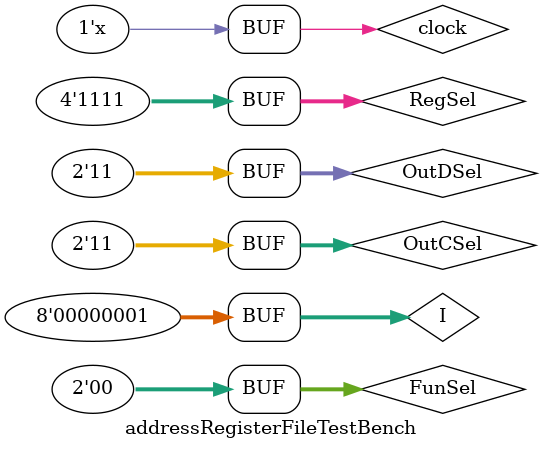
<source format=v>
`timescale 1ns / 1ps

module Project1Test();
    //Input Registers of ALUSystem
    reg[1:0] RF_OutASel; 
    reg[1:0] RF_OutBSel; 
    reg[1:0] RF_FunSel;
    reg[3:0] RF_RegSel;
    reg[3:0] ALU_FunSel;
    reg[1:0] ARF_OutCSel; 
    reg[1:0] ARF_OutDSel; 
    reg[1:0] ARF_FunSel;
    reg[2:0] ARF_RegSel;
    reg      IR_LH;
    reg      IR_Enable;
    reg[1:0]      IR_Funsel;
    reg      Mem_WR;
    reg      Mem_CS;
    reg[1:0] MuxASel;
    reg[1:0] MuxBSel;
    reg MuxCSel;
    reg      Clock;
    
    //Test Bench Connection of ALU System
    ALUSystem _ALUSystem(
    .RF_OutASel(RF_OutASel), 
    .RF_OutBSel(RF_OutBSel), 
    .RF_FunSel(RF_FunSel),
    .RF_RegSel(RF_RegSel),
    .ALU_FunSel(ALU_FunSel),
    .ARF_OutCSel(ARF_OutCSel), 
    .ARF_OutDSel(ARF_OutDSel), 
    .ARF_FunSel(ARF_FunSel),
    .ARF_RegSel(ARF_RegSel),
    .IR_LH(IR_LH),
    .IR_Enable(IR_Enable),
    .IR_Funsel(IR_Funsel),
    .Mem_WR(Mem_WR),
    .Mem_CS(Mem_CS),
    .MuxASel(MuxASel),
    .MuxBSel(MuxBSel),
    .MuxCSel(MuxCSel),
    .Clock(Clock)
    );
    
    //Test Vector Variables
    reg [31:0] VectorNum, Errors, TotalLine; 
    reg [34:0] TestVectors[10000:0];
    reg Reset, Operation;
    
    //Clock Signal Generation
    always 
    begin
        Clock = 1; #5; Clock = 0; #5; // 10ns period
    end
    
    //Read Test Bench Values
    initial begin
        $readmemb("TestBench.mem", TestVectors); // Read vectors
        VectorNum = 0; Errors = 0; TotalLine=0; Reset=0;// Initialize
    end
    
    // Apply test vectors on rising edge of clock
    always @(posedge Clock)
    begin
        #1; 
        {Operation, RF_OutASel, RF_OutBSel, RF_FunSel, 
        RF_RegSel, ALU_FunSel, ARF_OutCSel, ARF_OutDSel, 
        ARF_FunSel, ARF_RegSel, IR_LH, IR_Enable, IR_Funsel, 
        Mem_WR, Mem_CS, MuxASel, MuxBSel, MuxCSel} = TestVectors[VectorNum];
    end
    
    // Check results on falling edge of clk
    always @(negedge Clock)
        if (~Reset) // skip during reset
        begin
            $display("");
            $display("");
            $display("Input Values:");
            $display("Operation: %b", Operation);
            $display("Register File: OutASel: %b, OutBSel: %b, FunSel: %b, Regsel: %b", RF_OutASel, RF_OutBSel, RF_FunSel, RF_RegSel);            
            $display("ALU FunSel: %b", ALU_FunSel);
            $display("Addres Register File: OutCSel: %b, OutDSel: %b, FunSel: %b, Regsel: %b", ARF_OutCSel, ARF_OutDSel, ARF_FunSel, ARF_RegSel);            
            $display("Instruction Register: LH: %b, Enable: %b, FunSel: %b", IR_LH, IR_Enable, IR_Funsel);            
            $display("Memory: WR: %b, CS: %b", Mem_WR, Mem_CS);
            $display("MuxASel: %b, MuxBSel: %b, MuxCSel: %b", MuxASel, MuxBSel, MuxCSel);
            
            $display("");
            $display("Ouput Values:");
            $display("Register File: AOut: %b, BOut: %b", _ALUSystem.AOut, _ALUSystem.BOut);            
            $display("ALUOut: %b, ALUOutFlag: %b, ALUOutFlags: Z:%b, C:%b, N:%b, O:%b,", _ALUSystem.ALUOut, _ALUSystem.ALUOutFlag, _ALUSystem.ALUOutFlag[3],_ALUSystem.ALUOutFlag[2],_ALUSystem.ALUOutFlag[1],_ALUSystem.ALUOutFlag[0]);
            $display("Address Register File: COut: %b, DOut (Address): %b", _ALUSystem.ARF_COut, _ALUSystem.Address);            
            $display("Memory Out: %b", _ALUSystem.MemoryOut);            
            $display("Instruction Register: IROut: %b", _ALUSystem.IROut);            
            $display("MuxAOut: %b, MuxBOut: %b, MuxCOut: %b", _ALUSystem.MuxAOut, _ALUSystem.MuxBOut, _ALUSystem.MuxCOut);
            
            // increment array index and read next testvector
            VectorNum = VectorNum + 1;
            if (TestVectors[VectorNum] === 35'bx)
            begin
                $display("%b tests completed.",
                VectorNum);
                $finish; // End simulation
            end
        end
endmodule

module register_8_bitTestBench();
    reg [0:0] E;
    reg [7:0] I;
    reg [1:0] FunSel;
    reg clock = 1;
    wire [7:0] Q;
always #5 clock = ~clock;
    funcRegister8 uut( .CLK(clock), .E(E), .Din(I), .Dout(Q), .FunSel(FunSel) );
        
initial begin
        #0
        FunSel = 2'b11; // load
        I =  8'b00000000; 
        E = 1;   
        #10
        FunSel = 2'b11; // load
        I =  8'b00000000; 
        E = 1;
        #20
        FunSel = 2'b10; // load
        I =  8'b00000010; 
        E = 1;
        #30
        FunSel = 2'b01; // load
        I =  8'b00000100; 
        E = 1;
        #40
        FunSel = 2'b00; // load
        I =  8'b00010000; 
        E = 1;      
end
endmodule

module register_16_bitTestBench();
    reg [0:0] E;
    reg [15:0] I;
    reg [1:0] FunSel;
    reg clock = 1;
    wire [15:0] Q;

always #5 clock = ~clock;
    funcRegister16 uut( .CLK(clock), .E(E), .Din(I), .Dout(Q), .FunSel(FunSel) );
        
initial begin
        #0
        FunSel = 2'b11; // load
        I =  8'b00000110; 
        E = 1;        
        #10
        FunSel = 2'b11; // load
        I =  8'b00000110; 
        E = 1;
        #20
        FunSel = 2'b10; // load
        I =  8'b00000010; 
        E = 1;
        #30
        FunSel = 2'b01; // load
        I =  8'b00000100; 
        E = 1;
        #40
        FunSel = 2'b00; // load
        I =  8'b00010000; 
        E = 1;     
end
endmodule

   
module IRregisterTestBench();

reg clock = 1;
reg enable;
reg lowHigh = 0;
reg  [7:0] Din;
wire [15:0] Dout;
reg [1:0] FunSel;

always #5 clock =~clock;
    registerIR uut( .CLK(clock), .Enable(enable), .LowHigh(lowHigh), .FunSel(FunSel), .IRin(Din), .IRout(Dout) );     
initial begin
        #10 FunSel = 2'b10; Din =  8'b00000000; lowHigh = 0; enable=1;
        #20 FunSel = 2'b11; Din =  8'b00000000; lowHigh = 0; enable=1;
        #30 FunSel = 2'b10; Din =  8'b00000110; lowHigh = 0; enable=1;
        #40 FunSel = 2'b11; Din =  8'b00110000; lowHigh = 0; enable=1;
        #50 FunSel = 2'b00; Din =  8'b11000000; lowHigh = 0; enable=1;

end
endmodule
    
module aluTestBench();
reg [7:0] A;
reg [7:0] B;
reg [3:0] FunSel;
wire  [7:0] OutAlu;
wire[3:0] ZCNO;
    alu uut( .A(A), .B(B), .FunSel(FunSel), .OutAlu(OutAlu), .ZCNO(ZCNO));
initial begin
        A =  8'b01111111; 
        B =  8'b01111111;       
        
        #0 FunSel = 4'b0100; // load        
        #10FunSel = 4'b0101; // load        
        #20 FunSel = 4'b0110; // load        
        #30 FunSel = 4'b0111; // load        
        #40 FunSel = 4'b0110; // load        
        #50 FunSel = 4'b0101; // load

end
endmodule

module register_fileTestBench();
    reg[7:0] I;
    reg[1:0] OutASel;
    reg[1:0] OutBSel;
    reg[1:0] FunSel;
    reg[3:0] RegSel;
    reg clock = 1;
    wire [7:0] OutA;
    wire [7:0] OutB;

always #5 clock = ~clock;
    registerFile uut(.Data_in(I), .OutASel(OutASel), .OutBSel(OutBSel),.FunSel(FunSel), .RegSel(RegSel), .CLK(clock), .Data_out_A(OutA), .Data_out_B(OutB) );
        
initial begin
        #0
        I =  8'b00000000; 
        OutASel =  2'b11;
        OutBSel =  2'b11;
        FunSel =  2'b11;
        RegSel =  4'b0000;  
             
        #10
        I =  8'b00000000; 
        OutASel =  2'b11;
        OutBSel =  2'b11;
        FunSel =  2'b11;
        RegSel =  4'b0000;
        
        #20
        I =  8'b00000010; 
        OutASel =  2'b01;
        OutBSel =  2'b01;
        FunSel =  2'b10;
        RegSel =  4'b1111;
        
        #30
        I =  8'b00000001; 
        OutASel =  2'b11;
        OutBSel =  2'b11;
        FunSel =  2'b01;
        RegSel =  4'b0000;
        
        #40
        I =  8'b00000001; 
        OutASel =  2'b11;
        OutBSel =  2'b11;
        FunSel =  2'b00;
        RegSel =  4'b1111;       
       
end
endmodule

module addressRegisterFileTestBench();  
    reg[7:0] I;
    reg[1:0] OutCSel;
    reg[1:0] OutDSel;
    reg[1:0] FunSel;
    reg[3:0] RegSel;
    reg clock = 1;
    wire [7:0] Data_out_C;
    wire [7:0] Data_out_D;

always #5 clock = ~clock;
    addressRegisterFile uut(.Data_in(I), .OutCSel(OutCSel), .OutDSel(OutDSel),.FunSel(FunSel), .RegSel(RegSel), .CLK(clock), .Data_out_C(Data_out_C), .Data_out_D(Data_out_D) );
        
initial begin

        #0
        I =  8'b00000000; 
        OutCSel =  2'b11;
        OutDSel =  2'b11;
        FunSel =  2'b11;
        RegSel =  4'b0000;  
             
        #10
        I =  8'b00000000; 
        OutCSel =  2'b11;
        OutDSel =  2'b11;
        FunSel =  2'b11;
        RegSel =  4'b0000;
        
        #20
        I =  8'b00000010; 
        OutCSel =  2'b01;
        OutDSel =  2'b01;
        FunSel =  2'b10;
        RegSel =  4'b1111;
        
        #30
        I =  8'b00000001; 
        OutCSel =  2'b11;
        OutDSel =  2'b11;
        FunSel =  2'b01;
        RegSel =  4'b0000;
        
        #40
        I =  8'b00000001; 
        OutCSel =  2'b11;
        OutDSel =  2'b11;
        FunSel =  2'b00;
        RegSel =  4'b1111;            
end
endmodule
   



</source>
